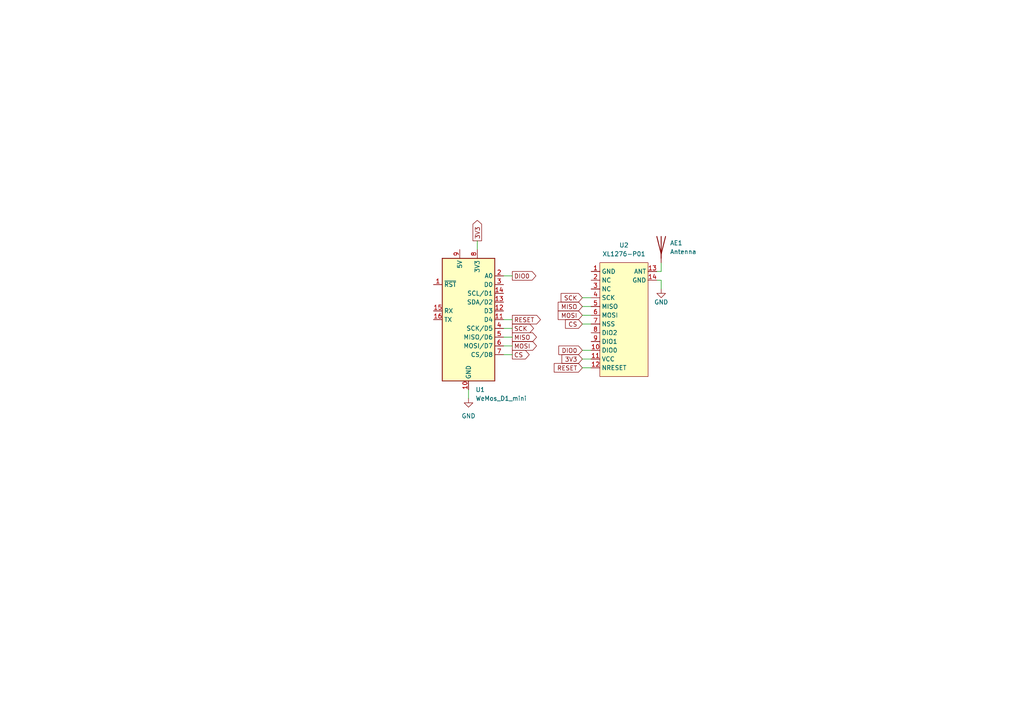
<source format=kicad_sch>
(kicad_sch (version 20211123) (generator eeschema)
  (paper "A4")
  (title_block (title "Wemos Mini D1 - Lora Rasp4IoT prototype") (date "2024-09-14") (rev "1.0") (company "Alex Júnior Guimarães"))
  (lib_symbols
    (symbol "Device:Antenna" (pin_numbers hide) (pin_names (offset 1.016) hide)
      (property "Reference" "AE" (at -1.905 1.905 0))
      (property "Value" "Antenna" (at -1.905 0 0))
      (symbol "Antenna_0_1"
        (polyline (pts (xy 0 2.54) (xy 0 -3.81)) (stroke (width 0.254)))
        (polyline (pts (xy 1.27 2.54) (xy 0 -2.54) (xy -1.27 2.54)) (stroke (width 0.254)))
      )
      (symbol "Antenna_1_1"
        (pin input line (at 0 -5.08 90) (length 2.54) (name "A") (number "1"))
      )
    )
    (symbol "Lora:2AD66-LORAV2"
      (property "Reference" "U" (at 28.3464 -1.9812 0))
      (property "Value" "2AD66-LORAV2" (at 34.925 -4.445 0))
      (symbol "2AD66-LORAV2_0_1"
        (rectangle (start 27.94 -6.35) (end 41.91 -39.37) (fill (type background)))
      )
      (symbol "2AD66-LORAV2_1_1"
        (pin bidirectional line (at 25.4 -8.89 0) (length 2.54) (name "GND") (number "1"))
        (pin bidirectional line (at 25.4 -31.75 0) (length 2.54) (name "DIO0") (number "10"))
        (pin bidirectional line (at 25.4 -34.29 0) (length 2.54) (name "VCC") (number "11"))
        (pin bidirectional line (at 25.4 -36.83 0) (length 2.54) (name "NRESET") (number "12"))
        (pin bidirectional line (at 44.45 -8.89 180) (length 2.54) (name "ANT") (number "13"))
        (pin bidirectional line (at 44.45 -11.43 180) (length 2.54) (name "GND") (number "14"))
        (pin bidirectional line (at 25.4 -11.43 0) (length 2.54) (name "NC") (number "2"))
        (pin bidirectional line (at 25.4 -13.97 0) (length 2.54) (name "NC") (number "3"))
        (pin bidirectional line (at 25.4 -16.51 0) (length 2.54) (name "SCK") (number "4"))
        (pin bidirectional line (at 25.4 -19.05 0) (length 2.54) (name "MISO") (number "5"))
        (pin bidirectional line (at 25.4 -21.59 0) (length 2.54) (name "MOSI") (number "6"))
        (pin bidirectional line (at 25.4 -24.13 0) (length 2.54) (name "NSS") (number "7"))
        (pin bidirectional line (at 25.4 -26.67 0) (length 2.54) (name "DIO2") (number "8"))
        (pin bidirectional line (at 25.4 -29.21 0) (length 2.54) (name "DIO1") (number "9"))
      )
    )
    (symbol "MCU_Module:WeMos_D1_mini"
      (property "Reference" "U" (at 3.81 19.05 0))
      (property "Value" "WeMos_D1_mini" (at 1.27 -19.05 0))
      (symbol "WeMos_D1_mini_1_1"
        (rectangle (start -7.62 17.78) (end 7.62 -17.78) (stroke (width 0.254)) (fill (type background)))
        (pin input line (at -10.16 10.16 0) (length 2.54) (name "~{RST}") (number "1"))
        (pin power_in line (at 0 -20.32 90) (length 2.54) (name "GND") (number "10"))
        (pin bidirectional line (at 10.16 0 180) (length 2.54) (name "D4") (number "11"))
        (pin bidirectional line (at 10.16 2.54 180) (length 2.54) (name "D3") (number "12"))
        (pin bidirectional line (at 10.16 5.08 180) (length 2.54) (name "SDA/D2") (number "13"))
        (pin bidirectional line (at 10.16 7.62 180) (length 2.54) (name "SCL/D1") (number "14"))
        (pin input line (at -10.16 2.54 0) (length 2.54) (name "RX") (number "15"))
        (pin output line (at -10.16 0 0) (length 2.54) (name "TX") (number "16"))
        (pin input line (at 10.16 12.7 180) (length 2.54) (name "A0") (number "2"))
        (pin bidirectional line (at 10.16 10.16 180) (length 2.54) (name "D0") (number "3"))
        (pin bidirectional line (at 10.16 -2.54 180) (length 2.54) (name "SCK/D5") (number "4"))
        (pin bidirectional line (at 10.16 -5.08 180) (length 2.54) (name "MISO/D6") (number "5"))
        (pin bidirectional line (at 10.16 -7.62 180) (length 2.54) (name "MOSI/D7") (number "6"))
        (pin bidirectional line (at 10.16 -10.16 180) (length 2.54) (name "CS/D8") (number "7"))
        (pin power_out line (at 2.54 20.32 270) (length 2.54) (name "3V3") (number "8"))
        (pin power_in line (at -2.54 20.32 270) (length 2.54) (name "5V") (number "9"))
      )
    )
    (symbol "power:GND" (power) (pin_names (offset 0))
      (property "Value" "GND" (at 0 -3.81 0))
      (symbol "GND_0_1"
        (polyline (pts (xy 0 0) (xy 0 -1.27) (xy 1.27 -1.27) (xy 0 -2.54) (xy -1.27 -1.27) (xy 0 -1.27)))
      )
      (symbol "GND_1_1"
        (pin power_in line (at 0 0 270) (length 0) hide (name "GND") (number "1"))
      )
    )
  )
  (wire (pts (xy 146.05 80.01) (xy 148.59 80.01)))
  (wire (pts (xy 146.05 97.79) (xy 148.59 97.79)))
  (wire (pts (xy 168.91 88.9) (xy 171.45 88.9)))
  (wire (pts (xy 146.05 100.33) (xy 148.59 100.33)))
  (wire (pts (xy 168.91 91.44) (xy 171.45 91.44)))
  (wire (pts (xy 191.77 81.28) (xy 190.5 81.28)))
  (wire (pts (xy 191.77 76.2) (xy 191.77 78.74)))
  (wire (pts (xy 168.91 93.98) (xy 171.45 93.98)))
  (wire (pts (xy 138.43 69.85) (xy 138.43 72.39)))
  (wire (pts (xy 146.05 102.87) (xy 148.59 102.87)))
  (wire (pts (xy 146.05 92.71) (xy 148.59 92.71)))
  (wire (pts (xy 191.77 83.82) (xy 191.77 81.28)))
  (wire (pts (xy 168.91 106.68) (xy 171.45 106.68)))
  (wire (pts (xy 168.91 86.36) (xy 171.45 86.36)))
  (wire (pts (xy 190.5 78.74) (xy 191.77 78.74)))
  (wire (pts (xy 146.05 95.25) (xy 148.59 95.25)))
  (wire (pts (xy 168.91 101.6) (xy 171.45 101.6)))
  (wire (pts (xy 168.91 104.14) (xy 171.45 104.14)))
  (wire (pts (xy 135.89 113.03) (xy 135.89 115.57)))
  (global_label "MISO" (shape input) (at 168.91 88.9 180) (property "Intersheet References" "${INTERSHEET_REFS}" (effects hide)))
  (global_label "SCK" (shape input) (at 168.91 86.36 180) (property "Intersheet References" "${INTERSHEET_REFS}" (effects hide)))
  (global_label "RESET" (shape output) (at 148.59 92.71 0) (property "Intersheet References" "${INTERSHEET_REFS}" (effects hide)))
  (global_label "SCK" (shape output) (at 148.59 95.25 0) (property "Intersheet References" "${INTERSHEET_REFS}" (effects hide)))
  (global_label "CS" (shape output) (at 148.59 102.87 0) (property "Intersheet References" "${INTERSHEET_REFS}" (effects hide)))
  (global_label "DIO0" (shape input) (at 168.91 101.6 180) (property "Intersheet References" "${INTERSHEET_REFS}" (effects hide)))
  (global_label "3V3" (shape output) (at 138.43 69.85 90) (property "Intersheet References" "${INTERSHEET_REFS}" (effects hide)))
  (global_label "RESET" (shape input) (at 168.91 106.68 180) (property "Intersheet References" "${INTERSHEET_REFS}" (effects hide)))
  (global_label "MOSI" (shape output) (at 148.59 100.33 0) (property "Intersheet References" "${INTERSHEET_REFS}" (effects hide)))
  (global_label "DIO0" (shape output) (at 148.59 80.01 0) (property "Intersheet References" "${INTERSHEET_REFS}" (effects hide)))
  (global_label "MOSI" (shape input) (at 168.91 91.44 180) (property "Intersheet References" "${INTERSHEET_REFS}" (effects hide)))
  (global_label "CS" (shape input) (at 168.91 93.98 180) (property "Intersheet References" "${INTERSHEET_REFS}" (effects hide)))
  (global_label "3V3" (shape input) (at 168.91 104.14 180) (property "Intersheet References" "${INTERSHEET_REFS}" (effects hide)))
  (global_label "MISO" (shape output) (at 148.59 97.79 0) (property "Intersheet References" "${INTERSHEET_REFS}" (effects hide)))
  (symbol (lib_id "Lora:2AD66-LORAV2") (at 146.05 69.85 0) (unit 1)
    (property "Reference" "U2" (at 180.975 71.12 0))
    (property "Value" "XL1276-P01" (at 180.975 73.66 0))
  )
  (symbol (lib_id "Device:Antenna") (at 191.77 71.12 0) (unit 1)
    (property "Reference" "AE1" (at 194.31 70.4849 0) (effects (justify left)))
    (property "Value" "Antenna" (at 194.31 73.0249 0) (effects (justify left)))
  )
  (symbol (lib_id "power:GND") (at 191.77 83.82 0) (unit 1)
    (property "Reference" "#PWR02" (effects hide))
    (property "Value" "GND" (at 191.77 87.63 0))
  )
  (symbol (lib_id "power:GND") (at 135.89 115.57 0) (unit 1)
    (property "Reference" "#PWR01" (effects hide))
    (property "Value" "GND" (at 135.89 120.65 0))
  )
  (symbol (lib_id "MCU_Module:WeMos_D1_mini") (at 135.89 92.71 0) (unit 1)
    (property "Reference" "U1" (at 137.9094 113.03 0) (effects (justify left)))
    (property "Value" "WeMos_D1_mini" (at 137.9094 115.57 0) (effects (justify left)))
    (property "Footprint" "Module:WEMOS_D1_mini_light" (effects hide))
    (property "Datasheet" "https://wiki.wemos.cc/products:d1:d1_mini#documentation" (effects hide))
  )
)
</source>
